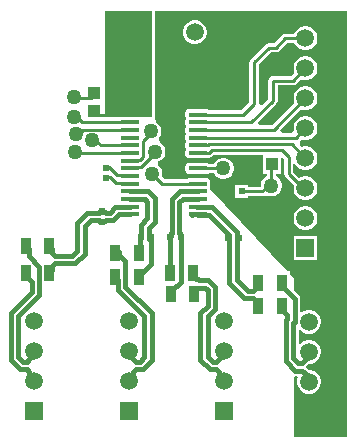
<source format=gtl>
G04*
G04 #@! TF.GenerationSoftware,Altium Limited,Altium Designer,21.6.1 (37)*
G04*
G04 Layer_Physical_Order=1*
G04 Layer_Color=255*
%FSLAX44Y44*%
%MOMM*%
G71*
G04*
G04 #@! TF.SameCoordinates,0F7C46F9-05DF-46B9-B7E4-F31FC23B8959*
G04*
G04*
G04 #@! TF.FilePolarity,Positive*
G04*
G01*
G75*
G04:AMPARAMS|DCode=15|XSize=1.57mm|YSize=0.41mm|CornerRadius=0.0513mm|HoleSize=0mm|Usage=FLASHONLY|Rotation=0.000|XOffset=0mm|YOffset=0mm|HoleType=Round|Shape=RoundedRectangle|*
%AMROUNDEDRECTD15*
21,1,1.5700,0.3075,0,0,0.0*
21,1,1.4675,0.4100,0,0,0.0*
1,1,0.1025,0.7338,-0.1538*
1,1,0.1025,-0.7338,-0.1538*
1,1,0.1025,-0.7338,0.1538*
1,1,0.1025,0.7338,0.1538*
%
%ADD15ROUNDEDRECTD15*%
%ADD16R,0.9200X1.4200*%
%ADD17R,0.5400X0.6000*%
%ADD18R,0.6000X0.5400*%
%ADD19R,1.0000X1.0200*%
%ADD20R,1.0200X1.0000*%
%ADD31C,0.3810*%
%ADD32C,0.2540*%
%ADD33R,1.5000X1.5000*%
%ADD34C,1.5000*%
%ADD35R,1.5000X1.5000*%
%ADD36C,1.2700*%
G36*
X380000Y530255D02*
X379949Y530000D01*
X370072D01*
X369828Y530163D01*
X368638Y530400D01*
X353963D01*
X352771Y530163D01*
X352528Y530000D01*
X340000D01*
Y620000D01*
X380000D01*
Y530255D01*
D02*
G37*
G36*
X545000Y470000D02*
Y259000D01*
X500000D01*
Y310232D01*
X500982Y311038D01*
X501206Y310993D01*
X503019D01*
X503353Y310415D01*
X503603Y309723D01*
X502960Y307322D01*
Y304678D01*
X503644Y302125D01*
X504966Y299835D01*
X506835Y297966D01*
X509125Y296644D01*
X511678Y295960D01*
X514322D01*
X516875Y296644D01*
X519165Y297966D01*
X521034Y299835D01*
X522356Y302125D01*
X523040Y304678D01*
Y307322D01*
X522356Y309875D01*
X521034Y312165D01*
X519165Y314034D01*
X516875Y315356D01*
X514322Y316040D01*
X512735D01*
X512429Y316498D01*
X510227Y318700D01*
X512429Y320902D01*
X512735Y321360D01*
X514322D01*
X516875Y322044D01*
X519165Y323366D01*
X521034Y325235D01*
X522356Y327525D01*
X523040Y330078D01*
Y332722D01*
X522356Y335275D01*
X521034Y337565D01*
X519165Y339434D01*
X516875Y340756D01*
X514322Y341440D01*
X511678D01*
X509125Y340756D01*
X506835Y339434D01*
X505587Y338186D01*
X504317Y338712D01*
Y349488D01*
X505587Y350014D01*
X506835Y348766D01*
X509125Y347444D01*
X511678Y346760D01*
X514322D01*
X516875Y347444D01*
X519165Y348766D01*
X521034Y350635D01*
X522356Y352925D01*
X523040Y355478D01*
Y358122D01*
X522356Y360675D01*
X521034Y362965D01*
X519165Y364834D01*
X516875Y366156D01*
X514322Y366840D01*
X511678D01*
X509125Y366156D01*
X506835Y364834D01*
X506760Y364759D01*
X505587Y365245D01*
Y376445D01*
X505242Y378179D01*
X504260Y379650D01*
X504260Y379650D01*
X500000Y383909D01*
Y394000D01*
X497140Y397032D01*
Y399640D01*
X494679D01*
X429071Y469185D01*
X428913Y469978D01*
X428564Y470500D01*
X428913Y471021D01*
X429150Y472212D01*
Y472212D01*
Y475288D01*
X429121Y475431D01*
X428934Y476371D01*
X428913Y476479D01*
X428238Y477488D01*
X427229Y478163D01*
X426037Y478400D01*
X420378D01*
X417987Y480934D01*
X418490Y482100D01*
X426037D01*
X427229Y482337D01*
X428019Y482865D01*
X432450D01*
X433359Y481291D01*
X435014Y479636D01*
X435651Y479268D01*
D01*
X437041Y478466D01*
X439302Y477860D01*
X441643D01*
X443904Y478466D01*
X445931Y479636D01*
X447587Y481291D01*
X448757Y483319D01*
X449363Y485580D01*
Y487920D01*
X448757Y490181D01*
X447587Y492209D01*
X445931Y493864D01*
X443904Y495034D01*
X441643Y495640D01*
X439302D01*
X437041Y495034D01*
X435014Y493864D01*
X433359Y492209D01*
X432450Y490635D01*
X428019D01*
X427229Y491163D01*
X426037Y491400D01*
X411362D01*
X410171Y491163D01*
X409162Y490488D01*
X408487Y489478D01*
X408250Y488288D01*
Y485213D01*
X408487Y484021D01*
X409162Y483012D01*
X410171Y482337D01*
X411362Y482100D01*
X412125D01*
X412634Y481750D01*
Y481189D01*
X411362Y478400D01*
X410171Y478163D01*
X409298Y477579D01*
X390766D01*
X388686Y480070D01*
X388890Y480830D01*
Y483170D01*
X388284Y485431D01*
X387114Y487459D01*
X385459Y489114D01*
X385015Y489370D01*
X385439Y492589D01*
X385911Y492716D01*
X387938Y493886D01*
X389594Y495541D01*
X390764Y497569D01*
X391370Y499830D01*
Y502170D01*
X390764Y504431D01*
X389594Y506459D01*
X387938Y508114D01*
X386664Y508849D01*
X385937Y511264D01*
X385952Y512379D01*
X386114Y512541D01*
X387284Y514569D01*
X387890Y516830D01*
Y519170D01*
X387284Y521431D01*
X386114Y523459D01*
X384459Y525114D01*
X383493Y525671D01*
X383177Y526146D01*
X382393Y529009D01*
X382590Y530000D01*
Y620000D01*
X545000D01*
Y470000D01*
D02*
G37*
%LPC*%
G36*
X417722Y612040D02*
X415078D01*
X412525Y611356D01*
X410235Y610034D01*
X408366Y608165D01*
X407044Y605875D01*
X406360Y603322D01*
Y600678D01*
X407044Y598125D01*
X408366Y595835D01*
X410235Y593966D01*
X412525Y592644D01*
X415078Y591960D01*
X417722D01*
X420275Y592644D01*
X422565Y593966D01*
X424434Y595835D01*
X425756Y598125D01*
X426440Y600678D01*
Y603322D01*
X425756Y605875D01*
X424434Y608165D01*
X422565Y610034D01*
X420275Y611356D01*
X417722Y612040D01*
D02*
G37*
G36*
X511322Y607040D02*
X508678D01*
X506125Y606356D01*
X503835Y605034D01*
X501966Y603165D01*
X500650Y600885D01*
X493000D01*
X491513Y600589D01*
X490253Y599747D01*
X483221Y592715D01*
X478830D01*
X477343Y592419D01*
X476083Y591577D01*
X463703Y579197D01*
X462861Y577937D01*
X462565Y576450D01*
Y543059D01*
X455641Y536135D01*
X428019D01*
X427229Y536663D01*
X426037Y536900D01*
X411362D01*
X410171Y536663D01*
X409162Y535988D01*
X408487Y534978D01*
X408250Y533787D01*
Y530713D01*
X408487Y529521D01*
X408835Y529000D01*
X408487Y528479D01*
X408250Y527287D01*
Y524212D01*
X408487Y523022D01*
X408835Y522500D01*
X408487Y521978D01*
X408250Y520788D01*
Y517713D01*
X408487Y516521D01*
X408835Y516000D01*
X408487Y515479D01*
X408250Y514287D01*
Y511213D01*
X408487Y510022D01*
X408835Y509500D01*
X408487Y508979D01*
X408250Y507788D01*
Y504712D01*
X408487Y503521D01*
X408835Y503000D01*
X408487Y502478D01*
X408250Y501287D01*
Y498213D01*
X408487Y497021D01*
X409162Y496012D01*
X410171Y495337D01*
X411362Y495100D01*
X426037D01*
X427229Y495337D01*
X428019Y495865D01*
X428197D01*
X429684Y496161D01*
X430944Y497003D01*
X432057Y498116D01*
X472977D01*
X474050Y497640D01*
Y491560D01*
X474001Y491487D01*
X473705Y490000D01*
X474001Y488513D01*
X474050Y488440D01*
D01*
Y482360D01*
X477115D01*
Y480023D01*
X475968Y479360D01*
X475541Y479114D01*
X473886Y477459D01*
X472716Y475431D01*
X472110Y473170D01*
Y471353D01*
X471922Y471165D01*
X461705D01*
Y472520D01*
X450625D01*
Y470000D01*
Y462040D01*
X461705D01*
Y463395D01*
X473531D01*
X475017Y463691D01*
X476220Y464495D01*
X477569Y463716D01*
X479830Y463110D01*
X482170D01*
X484431Y463716D01*
X486459Y464886D01*
X488114Y466541D01*
X489284Y468569D01*
X489890Y470830D01*
Y473170D01*
X489284Y475431D01*
X488114Y477459D01*
X486459Y479114D01*
X484885Y480023D01*
Y482360D01*
X489130D01*
Y495717D01*
X490303Y496203D01*
X492035Y494471D01*
Y482080D01*
X492331Y480593D01*
X493173Y479333D01*
X500219Y472287D01*
X499960Y471322D01*
Y468678D01*
X500644Y466125D01*
X501966Y463835D01*
X503835Y461966D01*
X506125Y460644D01*
X508678Y459960D01*
X511322D01*
X513875Y460644D01*
X516165Y461966D01*
X518034Y463835D01*
X519356Y466125D01*
X520040Y468678D01*
Y470000D01*
Y471322D01*
X519356Y473875D01*
X518034Y476165D01*
X516165Y478034D01*
X513875Y479356D01*
X511322Y480040D01*
X508678D01*
X506125Y479356D01*
X504865Y478629D01*
X499805Y483689D01*
Y487211D01*
Y490439D01*
X501075Y490779D01*
X501966Y489235D01*
X502805Y488397D01*
X503835Y487366D01*
X506125Y486044D01*
X508678Y485360D01*
X511322D01*
X513875Y486044D01*
X516165Y487366D01*
X518034Y489235D01*
X519356Y491525D01*
X520040Y494078D01*
Y496722D01*
X519502Y498730D01*
D01*
X519356Y499275D01*
X518034Y501565D01*
X516165Y503434D01*
X513875Y504756D01*
X511322Y505440D01*
X508678D01*
X506649Y504896D01*
X505038Y506358D01*
X505221Y509583D01*
X507245Y511144D01*
X508678Y510760D01*
X511322D01*
X513875Y511444D01*
X516165Y512766D01*
X518034Y514635D01*
X519356Y516925D01*
X520040Y519478D01*
Y522122D01*
X519356Y524675D01*
X518034Y526965D01*
X516165Y528834D01*
X513875Y530156D01*
X511322Y530840D01*
X508678D01*
X506125Y530156D01*
X503835Y528834D01*
X501966Y526965D01*
X500644Y524675D01*
X499960Y522122D01*
Y519478D01*
X497616Y516635D01*
X489848D01*
X488700Y519406D01*
X506135Y536841D01*
X508678Y536160D01*
X511322D01*
X513875Y536844D01*
X516165Y538166D01*
X518034Y540035D01*
X519356Y542325D01*
X520040Y544878D01*
Y547522D01*
X519356Y550075D01*
X518034Y552365D01*
X516165Y554234D01*
X513875Y555556D01*
X511322Y556240D01*
X508678D01*
X506125Y555556D01*
X503835Y554234D01*
X501966Y552365D01*
X500644Y550075D01*
X499960Y547522D01*
Y544878D01*
X500641Y542335D01*
X481441Y523135D01*
X470948D01*
X469800Y525906D01*
X485197Y541303D01*
X486039Y542563D01*
X486335Y544050D01*
Y557115D01*
X499400D01*
X500887Y557411D01*
X502147Y558253D01*
X506135Y562241D01*
X508678Y561560D01*
X511322D01*
X513875Y562244D01*
X516165Y563566D01*
X518034Y565435D01*
X519356Y567725D01*
X520040Y570278D01*
Y572922D01*
X519356Y575475D01*
X518034Y577765D01*
X516165Y579634D01*
X513875Y580956D01*
X511322Y581640D01*
X508678D01*
X506125Y580956D01*
X503835Y579634D01*
X501966Y577765D01*
X500644Y575475D01*
X499960Y572922D01*
Y570278D01*
X500641Y567735D01*
X497791Y564885D01*
X482450D01*
X480963Y564589D01*
X479703Y563747D01*
X478861Y562487D01*
X478565Y561000D01*
Y545659D01*
X473154Y540248D01*
X470841Y541234D01*
X470335Y541671D01*
Y574841D01*
X480439Y584945D01*
X484830D01*
X486317Y585241D01*
X487577Y586083D01*
X494609Y593115D01*
X500650D01*
X501966Y590835D01*
X503835Y588966D01*
X506125Y587644D01*
X508678Y586960D01*
X511322D01*
X513875Y587644D01*
X516165Y588966D01*
X518034Y590835D01*
X519356Y593125D01*
X520040Y595678D01*
Y598322D01*
X519356Y600875D01*
X518034Y603165D01*
X516165Y605034D01*
X513875Y606356D01*
X511322Y607040D01*
D02*
G37*
G36*
Y454640D02*
X508678D01*
X506125Y453956D01*
X503835Y452634D01*
X501966Y450765D01*
X500644Y448475D01*
X499960Y445922D01*
Y443278D01*
X500644Y440725D01*
X501966Y438435D01*
X503835Y436566D01*
X506125Y435244D01*
X508678Y434560D01*
X511322D01*
X513875Y435244D01*
X516165Y436566D01*
X518034Y438435D01*
X519356Y440725D01*
X520040Y443278D01*
Y445922D01*
X519356Y448475D01*
X518034Y450765D01*
X516165Y452634D01*
X513875Y453956D01*
X511322Y454640D01*
D02*
G37*
G36*
X520040Y429240D02*
X499960D01*
Y409160D01*
X520040D01*
Y429240D01*
D02*
G37*
%LPD*%
D15*
X418700Y532250D02*
D03*
Y525750D02*
D03*
Y519250D02*
D03*
Y512750D02*
D03*
Y506250D02*
D03*
Y499750D02*
D03*
Y493250D02*
D03*
Y486750D02*
D03*
Y480250D02*
D03*
Y473750D02*
D03*
Y467250D02*
D03*
Y460750D02*
D03*
Y454250D02*
D03*
Y447750D02*
D03*
X361300D02*
D03*
Y454250D02*
D03*
Y460750D02*
D03*
Y467250D02*
D03*
Y473750D02*
D03*
Y480250D02*
D03*
Y486750D02*
D03*
Y493250D02*
D03*
Y499750D02*
D03*
Y506250D02*
D03*
Y512750D02*
D03*
Y519250D02*
D03*
Y525750D02*
D03*
Y532250D02*
D03*
D16*
X349000Y415000D02*
D03*
X369000D02*
D03*
X395000Y398000D02*
D03*
X415000D02*
D03*
X293000Y421000D02*
D03*
X273000D02*
D03*
X369000Y395000D02*
D03*
X349000D02*
D03*
X416000Y380000D02*
D03*
X396000D02*
D03*
X273000Y398000D02*
D03*
X293000D02*
D03*
X490000Y370000D02*
D03*
X470000D02*
D03*
Y390000D02*
D03*
X490000D02*
D03*
D17*
X370680Y429000D02*
D03*
X379320D02*
D03*
X404320D02*
D03*
X395680D02*
D03*
X444680Y428000D02*
D03*
X453320D02*
D03*
D18*
X338000Y441680D02*
D03*
Y450320D02*
D03*
X456165Y475920D02*
D03*
Y467280D02*
D03*
X341000Y478680D02*
D03*
Y487320D02*
D03*
D19*
X466410Y490000D02*
D03*
X481590D02*
D03*
D20*
X331000Y535410D02*
D03*
Y550590D02*
D03*
D31*
X395475Y398475D02*
Y428205D01*
X395000Y398000D02*
X395475Y398475D01*
X403525Y429795D02*
Y432000D01*
X403175Y432350D02*
X403525Y432000D01*
X403175Y432350D02*
Y457917D01*
X404320Y425334D02*
Y429000D01*
X406083Y460825D02*
X418625D01*
X403175Y457917D02*
X406083Y460825D01*
X418625Y467175D02*
X418700Y467250D01*
X396825Y460547D02*
X403452Y467175D01*
X396475Y429795D02*
Y431685D01*
X396825Y432035D01*
Y460547D01*
X403452Y467175D02*
X418625D01*
X395680Y429000D02*
X396475Y429795D01*
X403525D02*
X404320Y429000D01*
X418625Y460825D02*
X418700Y460750D01*
X404320Y425334D02*
X404382Y425273D01*
X352000Y413500D02*
X357405Y408095D01*
Y386601D02*
Y408095D01*
Y386601D02*
X379898Y364108D01*
X351055Y383971D02*
Y392445D01*
Y383971D02*
X373548Y361478D01*
X351000Y392500D02*
X351055Y392445D01*
X404382Y390300D02*
Y425273D01*
X401176Y387095D02*
X404382Y390300D01*
X400595Y387095D02*
X401176D01*
X396000Y382500D02*
X400595Y387095D01*
X396000Y380000D02*
Y382500D01*
X377224Y427376D02*
Y436445D01*
X382499Y441720D02*
Y461223D01*
X377224Y427376D02*
X377630Y426970D01*
X370874Y439075D02*
X376149Y444350D01*
X370874Y429194D02*
Y439075D01*
X370680Y429000D02*
X370874Y429194D01*
X369885Y428205D02*
X370680Y429000D01*
X379320Y405820D02*
Y426370D01*
X361375Y467175D02*
X376548D01*
X382499Y461223D01*
X361300Y467250D02*
X361375Y467175D01*
X371000Y397500D02*
X379320Y405820D01*
X371000Y395000D02*
Y397500D01*
X373917Y460825D02*
X376149Y458593D01*
X361375Y460825D02*
X373917D01*
X361300Y460750D02*
X361375Y460825D01*
X369885Y417885D02*
Y428205D01*
X368000Y416000D02*
X369885Y417885D01*
X376149Y444350D02*
Y458593D01*
X377224Y436445D02*
X382499Y441720D01*
X452003Y392127D02*
Y432997D01*
X418845Y454105D02*
X425751D01*
X425901Y453955D02*
X431045D01*
X425751Y454105D02*
X425901Y453955D01*
X445653Y389497D02*
Y430367D01*
X418700Y447750D02*
X418845Y447605D01*
X428415D01*
X445653Y430367D01*
X431045Y453955D02*
X452003Y432997D01*
X470000Y387500D02*
Y390000D01*
X465675Y383175D02*
X470000Y387500D01*
X452003Y392127D02*
X460955Y383175D01*
X465675D01*
X418700Y454250D02*
X418845Y454105D01*
X465675Y376825D02*
X470000Y372500D01*
Y370000D02*
Y372500D01*
X445653Y389497D02*
X458325Y376825D01*
X465675D01*
X418555Y454105D02*
X418700Y454250D01*
X414370Y447750D02*
X418700D01*
X414225Y447605D02*
X414370Y447750D01*
X316852Y440593D02*
X325434Y449175D01*
X334965D01*
X323202Y437963D02*
X328064Y442825D01*
X334965D01*
X361155Y454105D02*
X361300Y454250D01*
X349139Y454105D02*
X361155D01*
X338000Y450320D02*
X338795Y449525D01*
X337205D02*
X338000Y450320D01*
X335315Y449525D02*
X337205D01*
X344209Y449175D02*
X349139Y454105D01*
X340685Y449525D02*
X341035Y449175D01*
X344209D01*
X334965D02*
X335315Y449525D01*
X338795D02*
X340685D01*
X316852Y438102D02*
Y440593D01*
X293000Y421000D02*
X295695Y418305D01*
X316852Y417000D02*
Y438102D01*
X312527Y412675D02*
X316852Y417000D01*
X297927Y412675D02*
X312527D01*
X295695Y414907D02*
Y418305D01*
Y414907D02*
X297927Y412675D01*
X346839Y442825D02*
X351769Y447755D01*
X361295D02*
X361300Y447750D01*
X351769Y447755D02*
X361295D01*
X334965Y442825D02*
X335315Y442475D01*
X341035Y442825D02*
X346839D01*
X340685Y442475D02*
X341035Y442825D01*
X338795Y442475D02*
X340685D01*
X337205D02*
X338000Y441680D01*
X335315Y442475D02*
X337205D01*
X338000Y441680D02*
X338795Y442475D01*
X323202Y414370D02*
Y437963D01*
X323202Y414370D02*
X323202D01*
X315157Y406325D02*
X323202Y414370D01*
X295695Y404093D02*
X297927Y406325D01*
X315157D01*
X295695Y400695D02*
Y404093D01*
X293000Y398000D02*
X295695Y400695D01*
X266785Y361478D02*
X284595Y379288D01*
X276224Y325107D02*
Y325596D01*
X280000Y329372D01*
X275695Y412386D02*
X284595Y403486D01*
X280000Y329372D02*
Y332400D01*
X284595Y379288D02*
Y403486D01*
X268206Y316525D02*
X273993D01*
Y322875D02*
X276224Y325107D01*
X270836Y322875D02*
X273993D01*
X276224Y313804D02*
X280000Y310028D01*
X276224Y313804D02*
Y314293D01*
X273000Y395500D02*
Y398000D01*
X280000Y307000D02*
Y310028D01*
X276013Y392805D02*
X278245Y390573D01*
X273993Y316525D02*
X276224Y314293D01*
X266785Y326926D02*
X270836Y322875D01*
X273000Y421000D02*
X275695Y418305D01*
X260435Y324296D02*
Y364108D01*
Y324296D02*
X268206Y316525D01*
X260435Y364108D02*
X278245Y381918D01*
X266785Y326926D02*
Y361478D01*
X273000Y395500D02*
X275695Y392805D01*
Y412386D02*
Y418305D01*
Y392805D02*
X276013D01*
X278245Y381918D02*
Y390573D01*
X360333Y329372D02*
Y332400D01*
X366341Y322875D02*
X369497D01*
X373548Y326926D02*
Y361478D01*
X369497Y322875D02*
X373548Y326926D01*
X366341Y316525D02*
X372127D01*
X360333Y329372D02*
X364109Y325596D01*
X352000Y413500D02*
Y416000D01*
X360333Y307000D02*
Y310028D01*
X364109Y313804D02*
Y314293D01*
X379898Y324296D02*
Y364108D01*
X372127Y316525D02*
X379898Y324296D01*
X364109Y314293D02*
X366341Y316525D01*
X364109Y325107D02*
X366341Y322875D01*
X360333Y310028D02*
X364109Y313804D01*
Y325107D02*
Y325596D01*
X440667Y307000D02*
Y310028D01*
Y332400D02*
Y333752D01*
X415000Y395500D02*
Y398000D01*
Y395500D02*
X417695Y392805D01*
X427452Y326926D02*
X431503Y322875D01*
X427452Y326926D02*
Y361478D01*
X433627Y367653D01*
X431503Y322875D02*
X434659D01*
X440667Y329372D02*
Y332400D01*
X436891Y325596D02*
X440667Y329372D01*
X436891Y325107D02*
Y325596D01*
X421102Y324296D02*
X428872Y316525D01*
X416000Y380000D02*
Y382500D01*
X436891Y313804D02*
X440667Y310028D01*
X419927Y392175D02*
X427675D01*
X419297Y392805D02*
X419927Y392175D01*
X417695Y392805D02*
X419297D01*
X436891Y313804D02*
Y314293D01*
X418695Y385195D02*
X420297D01*
X416000Y382500D02*
X418695Y385195D01*
X421102Y324296D02*
Y364108D01*
X427277Y370283D01*
Y383593D01*
X428872Y316525D02*
X434659D01*
Y322875D02*
X436891Y325107D01*
X425045Y385825D02*
X427277Y383593D01*
X434659Y316525D02*
X436891Y314293D01*
X433627Y367653D02*
Y386223D01*
X427675Y392175D02*
X433627Y386223D01*
X420927Y385825D02*
X425045D01*
X420297Y385195D02*
X420927Y385825D01*
X511020Y306000D02*
X513000D01*
X499785Y325926D02*
X503836Y321875D01*
X506992D02*
X509224Y324107D01*
X499785Y325926D02*
Y355517D01*
X490000Y387500D02*
Y390000D01*
X509224Y324107D02*
Y324596D01*
X499785Y355517D02*
X501055Y356787D01*
X509224Y324596D02*
X513000Y328372D01*
X490000Y387500D02*
X501055Y376445D01*
X493435Y358147D02*
X494705Y359417D01*
X490000Y367500D02*
Y370000D01*
X503836Y321875D02*
X506992D01*
Y315525D02*
X509224Y313293D01*
Y312804D02*
Y313293D01*
X493435Y323296D02*
X501206Y315525D01*
X494705Y359417D02*
Y362795D01*
X501055Y356787D02*
Y376445D01*
X509224Y312804D02*
X513000Y309028D01*
X501206Y315525D02*
X506992D01*
X490000Y367500D02*
X494705Y362795D01*
X513000Y306000D02*
Y309028D01*
X493435Y323296D02*
Y358147D01*
X513000Y328372D02*
Y331400D01*
D32*
X473531Y467280D02*
X478251Y472000D01*
X456165Y467280D02*
X473531D01*
X478251Y472000D02*
X481000D01*
X359100Y474010D02*
X359360Y473750D01*
X349640Y474010D02*
X359100D01*
X344330Y479320D02*
X349640Y474010D01*
X341000Y479320D02*
X344330D01*
X372320Y503187D02*
Y510312D01*
X379000Y516992D01*
X372320Y496687D02*
Y503187D01*
X382480Y499663D02*
Y501000D01*
X369663Y494030D02*
X372320Y496687D01*
X370347Y487530D02*
X382480Y499663D01*
X362080Y487530D02*
X370347D01*
X362080Y494030D02*
X369663D01*
X379000Y516992D02*
Y518000D01*
X372320Y503187D02*
X372320Y503187D01*
X380000Y482000D02*
X388306Y473694D01*
X418644D01*
X418700Y473750D01*
X343810Y487960D02*
X350740Y481030D01*
X360520D01*
X361300Y480250D01*
Y486750D02*
X362080Y487530D01*
X361300Y493250D02*
X362080Y494030D01*
X315000Y501000D02*
X316250Y499750D01*
X361300D01*
X329000Y511000D02*
X331749D01*
X336499Y506250D02*
X361300D01*
X331749Y511000D02*
X336499Y506250D01*
X321999Y519250D02*
X361300D01*
X318749Y516000D02*
X321999Y519250D01*
X316000Y516000D02*
X318749D01*
X327590Y531680D02*
X328160Y532250D01*
X320568Y525750D02*
X358400D01*
X316318Y530000D02*
X320568Y525750D01*
X328160Y532250D02*
X359360D01*
X314000Y530000D02*
X316318D01*
X313969Y546969D02*
X314938Y546000D01*
X329000D01*
X477590Y490000D02*
X481000Y486590D01*
X455389Y496921D02*
X462410Y489900D01*
X432552Y496921D02*
X455389D01*
X418700Y486750D02*
X440473D01*
X489999Y502001D02*
X495920Y496080D01*
X430448Y502001D02*
X489999D01*
X428344Y507081D02*
X498319D01*
X510000Y495400D01*
X418700Y499750D02*
X428197D01*
X427513Y506250D02*
X428344Y507081D01*
X428197Y499750D02*
X430448Y502001D01*
X418700Y506250D02*
X427513D01*
X428882Y493250D02*
X432552Y496921D01*
X466450Y576450D02*
X478830Y588830D01*
X484830D01*
X466450Y576000D02*
Y576450D01*
X457250Y532250D02*
X466450Y541450D01*
Y576000D01*
X499400Y561000D02*
X510000Y571600D01*
X482450Y561000D02*
X499400D01*
X464150Y525750D02*
X482450Y544050D01*
Y561000D01*
X418700Y532250D02*
X457250D01*
X493000Y597000D02*
X510000D01*
X484830Y588830D02*
X493000Y597000D01*
X510000Y571600D02*
X512795D01*
X481000Y472000D02*
Y486590D01*
X495920Y482080D02*
Y496080D01*
X508000Y470000D02*
X510000D01*
X495920Y482080D02*
X508000Y470000D01*
X418700Y480250D02*
X428903D01*
X420640Y493250D02*
X428882D01*
X418700Y512750D02*
X501950D01*
X510000Y520800D01*
X483050Y519250D02*
X510000Y546200D01*
X418700Y519250D02*
X483050D01*
X418700Y525750D02*
X464150D01*
D33*
X510000Y419200D02*
D03*
X513000Y280600D02*
D03*
X280000Y281600D02*
D03*
X440667D02*
D03*
X360333D02*
D03*
D34*
X510000Y444600D02*
D03*
Y470000D02*
D03*
Y495400D02*
D03*
Y520800D02*
D03*
Y546200D02*
D03*
Y571600D02*
D03*
Y597000D02*
D03*
X391000Y602000D02*
D03*
X416400D02*
D03*
X513000Y356800D02*
D03*
Y331400D02*
D03*
Y306000D02*
D03*
X280000Y357800D02*
D03*
Y332400D02*
D03*
Y307000D02*
D03*
X440667Y357800D02*
D03*
Y332400D02*
D03*
Y307000D02*
D03*
X360333Y357800D02*
D03*
Y332400D02*
D03*
Y307000D02*
D03*
D35*
X365600Y602000D02*
D03*
D36*
X382480Y501000D02*
D03*
X380000Y482000D02*
D03*
X379000Y518000D02*
D03*
X315000Y501000D02*
D03*
X329000Y511000D02*
D03*
X316000Y516000D02*
D03*
X314000Y530000D02*
D03*
Y547000D02*
D03*
X440473Y486750D02*
D03*
X481000Y472000D02*
D03*
M02*

</source>
